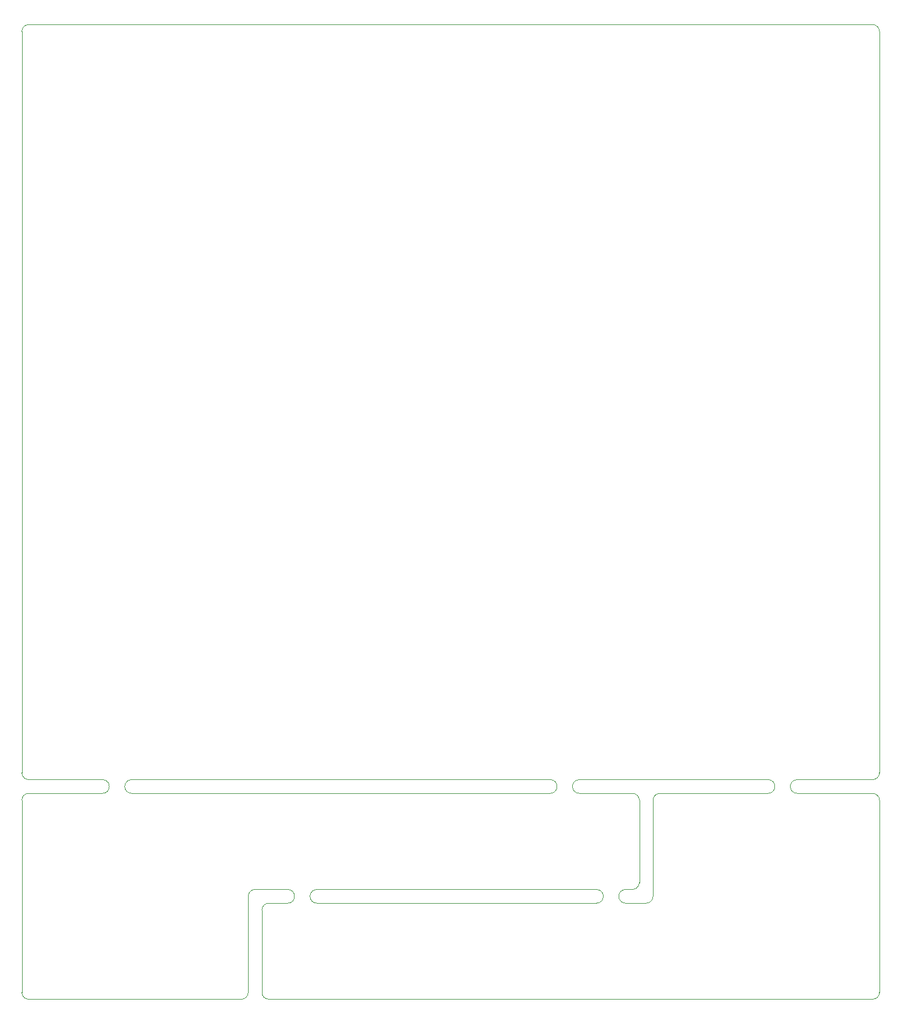
<source format=gbr>
%TF.GenerationSoftware,KiCad,Pcbnew,(6.0.5)*%
%TF.CreationDate,2022-08-13T10:07:46+02:00*%
%TF.ProjectId,clarinoid-devboard,636c6172-696e-46f6-9964-2d646576626f,rev?*%
%TF.SameCoordinates,Original*%
%TF.FileFunction,Profile,NP*%
%FSLAX46Y46*%
G04 Gerber Fmt 4.6, Leading zero omitted, Abs format (unit mm)*
G04 Created by KiCad (PCBNEW (6.0.5)) date 2022-08-13 10:07:46*
%MOMM*%
%LPD*%
G01*
G04 APERTURE LIST*
%TA.AperFunction,Profile*%
%ADD10C,0.100000*%
%TD*%
G04 APERTURE END LIST*
D10*
X365139304Y-130850004D02*
G75*
G03*
X364139304Y-131850034I-104J-999896D01*
G01*
X419139304Y-132850034D02*
X422139304Y-132850034D01*
X331139266Y-113850034D02*
G75*
G03*
X332139304Y-114850034I1000034J34D01*
G01*
X332139334Y-146850004D02*
X363139304Y-146850034D01*
X332139334Y-116850064D02*
X342889304Y-116850034D01*
X456139304Y-56850034D02*
X456139304Y-103100034D01*
X422139304Y-132850004D02*
G75*
G03*
X423139304Y-131850034I96J999904D01*
G01*
X456139304Y-103100034D02*
X456139304Y-113850034D01*
X444139304Y-114850034D02*
X455139304Y-114850034D01*
X347139304Y-114850034D02*
X408139304Y-114850034D01*
X414889342Y-132850132D02*
G75*
G03*
X414889342Y-130850068I-42J1000032D01*
G01*
X332139304Y-114850034D02*
X342889304Y-114850034D01*
X374139342Y-130850132D02*
G75*
G03*
X374139342Y-132850068I-42J-999968D01*
G01*
X332139304Y-4850034D02*
X455139304Y-4850034D01*
X412389304Y-114849966D02*
G75*
G03*
X412389304Y-116850034I-4J-1000034D01*
G01*
X363139304Y-146850004D02*
G75*
G03*
X364139304Y-145850034I96J999904D01*
G01*
X367139304Y-132850034D02*
X369889304Y-132850034D01*
X456139334Y-44100034D02*
X456139304Y-5850034D01*
X369889304Y-130850034D02*
X365139304Y-130850034D01*
X439889304Y-116850034D02*
X424139334Y-116850064D01*
X332139334Y-116850034D02*
G75*
G03*
X331139334Y-117850064I66J-1000066D01*
G01*
X456139266Y-5850034D02*
G75*
G03*
X455139304Y-4850034I-999966J34D01*
G01*
X347139304Y-114849966D02*
G75*
G03*
X347139304Y-116850034I-4J-1000034D01*
G01*
X424139334Y-116850034D02*
G75*
G03*
X423139334Y-117850064I66J-1000066D01*
G01*
X342889304Y-116849966D02*
G75*
G03*
X342889304Y-114850034I-4J999966D01*
G01*
X408139304Y-116850034D02*
X347139304Y-116850034D01*
X455139304Y-146850004D02*
G75*
G03*
X456139304Y-145850034I96J999904D01*
G01*
X419139342Y-130850132D02*
G75*
G03*
X419139342Y-132850068I-42J-999968D01*
G01*
X456139334Y-44100034D02*
X456139304Y-56850034D01*
X412389304Y-116850034D02*
X420139304Y-116850034D01*
X456139304Y-145850034D02*
X456139304Y-117850034D01*
X364139304Y-131850034D02*
X364139304Y-145850034D01*
X444139304Y-114849966D02*
G75*
G03*
X444139304Y-116850034I-4J-1000034D01*
G01*
X414889304Y-132850034D02*
X374139304Y-132850034D01*
X420139304Y-130850004D02*
G75*
G03*
X421139304Y-129850034I96J999904D01*
G01*
X331139296Y-145850004D02*
G75*
G03*
X332139334Y-146850004I1000004J4D01*
G01*
X369889342Y-132850132D02*
G75*
G03*
X369889342Y-130850068I-42J1000032D01*
G01*
X366139266Y-145850034D02*
G75*
G03*
X367139304Y-146850034I1000034J34D01*
G01*
X374139304Y-130850034D02*
X414889304Y-130850034D01*
X421139304Y-117850034D02*
X421139304Y-129850034D01*
X456139366Y-117850034D02*
G75*
G03*
X455139304Y-116850034I-1000066J-66D01*
G01*
X439889304Y-116849966D02*
G75*
G03*
X439889304Y-114850034I-4J999966D01*
G01*
X331139304Y-113850034D02*
X331139304Y-5850034D01*
X408139304Y-116849966D02*
G75*
G03*
X408139304Y-114850034I-4J999966D01*
G01*
X367139304Y-132850004D02*
G75*
G03*
X366139304Y-133850034I-104J-999896D01*
G01*
X331139334Y-145850004D02*
X331139334Y-117850064D01*
X455139304Y-116850034D02*
X444139304Y-116850034D01*
X455139304Y-146850034D02*
X367139304Y-146850034D01*
X366139304Y-145850034D02*
X366139304Y-133850034D01*
X423139304Y-131850034D02*
X423139334Y-117850064D01*
X421139366Y-117850034D02*
G75*
G03*
X420139304Y-116850034I-1000066J-66D01*
G01*
X420139304Y-130850034D02*
X419139304Y-130850034D01*
X455139304Y-114850104D02*
G75*
G03*
X456139304Y-113850034I-4J1000004D01*
G01*
X332139304Y-4850104D02*
G75*
G03*
X331139304Y-5850034I-4J-999996D01*
G01*
X412389304Y-114850034D02*
X439889304Y-114850034D01*
M02*

</source>
